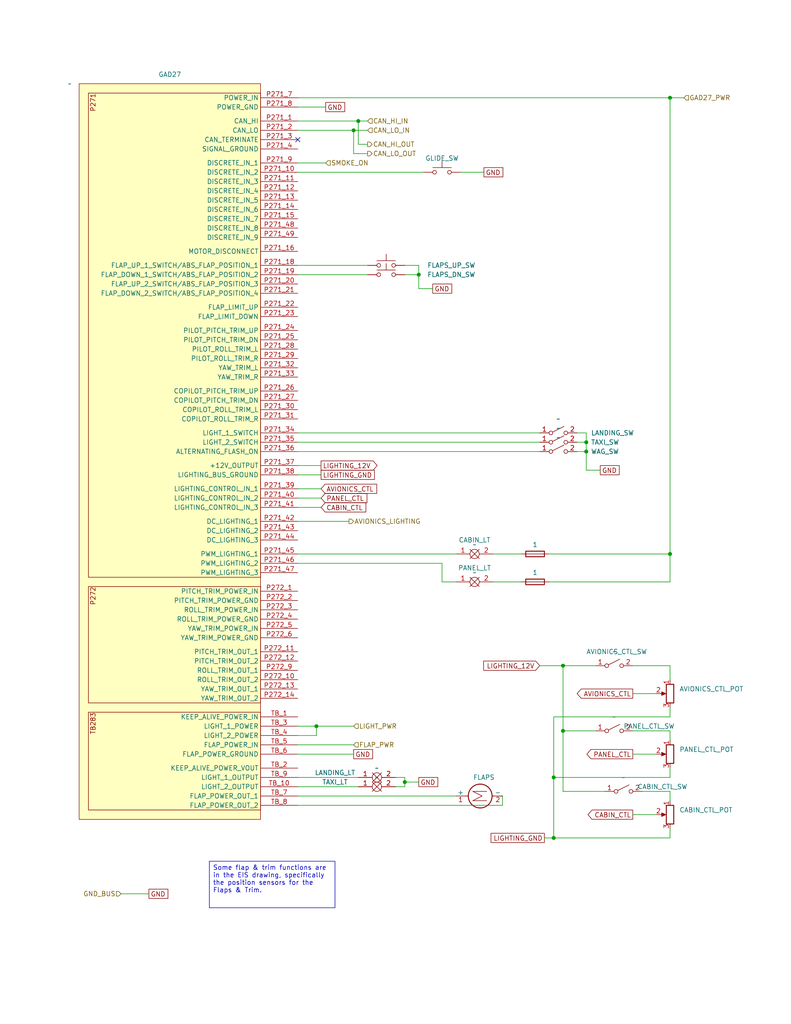
<source format=kicad_sch>
(kicad_sch (version 20230121) (generator eeschema)
  (paper "USLetter" portrait)
  (title_block (title "Flaps, Lights & Trim") (date "2024-02-12") (rev "0.9") (company "N877RV"))
  (lib_symbols
    (symbol "Device:Fuse" (pin_numbers hide) (pin_names (offset 0))
      (property "Reference" "F" (at 2.032 0 90))
      (property "Value" "Fuse" (at -1.905 0 90))
      (symbol "Fuse_0_1"
        (rectangle (start -0.762 -2.54) (end 0.762 2.54) (stroke (width 0.254)))
        (polyline (pts (xy 0 2.54) (xy 0 -2.54)))
      )
      (symbol "Fuse_1_1"
        (pin passive line (at 0 3.81 270) (length 1.27) (name "~") (number "1"))
        (pin passive line (at 0 -3.81 90) (length 1.27) (name "~") (number "2"))
      )
    )
    (symbol "Device:R_Potentiometer" (pin_names (offset 1.016) hide)
      (property "Reference" "RV" (at -4.445 0 90))
      (property "Value" "R_Potentiometer" (at -2.54 0 90))
      (symbol "R_Potentiometer_0_1"
        (polyline (pts (xy 2.54 0) (xy 1.524 0)))
        (polyline (pts (xy 1.143 0) (xy 2.286 0.508) (xy 2.286 -0.508) (xy 1.143 0)) (fill (type outline)))
        (rectangle (start 1.016 2.54) (end -1.016 -2.54) (stroke (width 0.254)))
      )
      (symbol "R_Potentiometer_1_1"
        (pin passive line (at 0 3.81 270) (length 1.27) (name "1") (number "1"))
        (pin passive line (at 3.81 0 180) (length 1.27) (name "2") (number "2"))
        (pin passive line (at 0 -3.81 90) (length 1.27) (name "3") (number "3"))
      )
    )
    (symbol "Motor:Motor_DC" (pin_names (offset 0))
      (property "Reference" "M" (at 2.54 2.54 0))
      (property "Value" "Motor_DC" (at 2.54 -5.08 0))
      (symbol "Motor_DC_0_0"
        (polyline (pts (xy -1.27 -3.302) (xy -1.27 0.508) (xy 0 -2.032) (xy 1.27 0.508) (xy 1.27 -3.302)))
      )
      (symbol "Motor_DC_0_1"
        (circle (center 0 -1.524) (radius 3.2512) (stroke (width 0.254)))
        (polyline (pts (xy 0 -7.62) (xy 0 -7.112)))
        (polyline (pts (xy 0 -4.7752) (xy 0 -5.1816)))
        (polyline (pts (xy 0 1.7272) (xy 0 2.0828)))
        (polyline (pts (xy 0 2.032) (xy 0 2.54)))
      )
      (symbol "Motor_DC_1_1"
        (pin passive line (at 0 5.08 270) (length 2.54) (name "+") (number "1"))
        (pin passive line (at 0 -7.62 90) (length 2.54) (name "-") (number "2"))
      )
    )
    (symbol "Switch:SW_Push" (pin_numbers hide) (pin_names (offset 1.016) hide)
      (property "Reference" "SW" (at 1.27 2.54 0))
      (property "Value" "SW_Push" (at 0 -1.524 0))
      (symbol "SW_Push_0_1"
        (circle (center -2.032 0) (radius 0.508))
        (polyline (pts (xy 0 1.27) (xy 0 3.048)))
        (polyline (pts (xy 2.54 1.27) (xy -2.54 1.27)))
        (circle (center 2.032 0) (radius 0.508))
        (pin passive line (at -5.08 0 0) (length 2.54) (name "1") (number "1"))
        (pin passive line (at 5.08 0 180) (length 2.54) (name "2") (number "2"))
      )
    )
    (symbol "Switch:SW_SPST" (pin_names (offset 0) hide)
      (property "Reference" "SW" (at 0 3.175 0))
      (property "Value" "SW_SPST" (at 0 -2.54 0))
      (symbol "SW_SPST_0_0"
        (circle (center -2.032 0) (radius 0.508))
        (polyline (pts (xy -1.524 0.254) (xy 1.524 1.778)))
        (circle (center 2.032 0) (radius 0.508))
      )
      (symbol "SW_SPST_1_1"
        (pin passive line (at -5.08 0 0) (length 2.54) (name "A") (number "1"))
        (pin passive line (at 5.08 0 180) (length 2.54) (name "B") (number "2"))
      )
    )
    (symbol "flyerx:Bulb"
      (property "Reference" "B" (at 1.27 1.27 0))
      (symbol "Bulb_0_1"
        (polyline (pts (xy 0 -2.54) (xy 2.54 0)))
        (polyline (pts (xy 0 0) (xy 2.54 -2.54)))
        (circle (center 1.27 -1.27) (radius 1.27))
      )
      (symbol "Bulb_1_1"
        (pin passive line (at -3.81 -1.27 0) (length 3.81) (name "") (number "1"))
        (pin passive line (at 6.35 -1.27 180) (length 3.81) (name "") (number "2"))
      )
    )
    (symbol "flyerx:Garmin_GAD27"
      (property "Reference" "GAD" (at 3.81 1.27 0))
      (symbol "Garmin_GAD27_1_1"
        (rectangle (start 0 0) (end 49.53 -200.66) (fill (type background)))
        (rectangle (start 2.54 -171.45) (end 49.53 -198.12) (fill (type background)))
        (rectangle (start 2.54 -137.16) (end 49.53 -168.91) (fill (type background)))
        (rectangle (start 2.54 -2.54) (end 49.53 -134.62) (fill (type background)))
        (text "P271" (at 3.81 -2.54 900) (effects (font (size 1.27 1.27)) (justify right)))
        (text "P272" (at 3.81 -137.16 900) (effects (font (size 1.27 1.27)) (justify right)))
        (text "TB283" (at 3.81 -171.45 900) (effects (font (size 1.27 1.27)) (justify right)))
        (pin bidirectional line (at 59.69 -10.16 180) (length 10.16) (name "CAN_HI") (number "P271_1"))
        (pin input line (at 59.69 -24.13 180) (length 10.16) (name "DISCRETE_IN_2") (number "P271_10"))
        (pin input line (at 59.69 -26.67 180) (length 10.16) (name "DISCRETE_IN_3") (number "P271_11"))
        (pin input line (at 59.69 -29.21 180) (length 10.16) (name "DISCRETE_IN_4") (number "P271_12"))
        (pin input line (at 59.69 -31.75 180) (length 10.16) (name "DISCRETE_IN_5") (number "P271_13"))
        (pin input line (at 59.69 -34.29 180) (length 10.16) (name "DISCRETE_IN_6") (number "P271_14"))
        (pin input line (at 59.69 -36.83 180) (length 10.16) (name "DISCRETE_IN_7") (number "P271_15"))
        (pin input line (at 59.69 -45.72 180) (length 10.16) (name "MOTOR_DISCONNECT") (number "P271_16"))
        (pin input line (at 59.69 -49.53 180) (length 10.16) (name "FLAP_UP_1_SWITCH/ABS_FLAP_POSITION_1") (number "P271_18"))
        (pin input line (at 59.69 -52.07 180) (length 10.16) (name "FLAP_DOWN_1_SWITCH/ABS_FLAP_POSITION_2") (number "P271_19"))
        (pin bidirectional line (at 59.69 -12.7 180) (length 10.16) (name "CAN_LO") (number "P271_2"))
        (pin input line (at 59.69 -54.61 180) (length 10.16) (name "FLAP_UP_2_SWITCH/ABS_FLAP_POSITION_3") (number "P271_20"))
        (pin input line (at 59.69 -57.15 180) (length 10.16) (name "FLAP_DOWN_2_SWITCH/ABS_FLAP_POSITION_4") (number "P271_21"))
        (pin input line (at 59.69 -60.96 180) (length 10.16) (name "FLAP_LIMIT_UP") (number "P271_22"))
        (pin input line (at 59.69 -63.5 180) (length 10.16) (name "FLAP_LIMIT_DOWN") (number "P271_23"))
        (pin input line (at 59.69 -67.31 180) (length 10.16) (name "PILOT_PITCH_TRIM_UP") (number "P271_24"))
        (pin input line (at 59.69 -69.85 180) (length 10.16) (name "PILOT_PITCH_TRIM_DN") (number "P271_25"))
        (pin input line (at 59.69 -83.82 180) (length 10.16) (name "COPILOT_PITCH_TRIM_UP") (number "P271_26"))
        (pin input line (at 59.69 -86.36 180) (length 10.16) (name "COPILOT_PITCH_TRIM_DN") (number "P271_27"))
        (pin input line (at 59.69 -72.39 180) (length 10.16) (name "PILOT_ROLL_TRIM_L") (number "P271_28"))
        (pin input line (at 59.69 -74.93 180) (length 10.16) (name "PILOT_ROLL_TRIM_R") (number "P271_29"))
        (pin bidirectional line (at 59.69 -15.24 180) (length 10.16) (name "CAN_TERMINATE") (number "P271_3"))
        (pin input line (at 59.69 -88.9 180) (length 10.16) (name "COPILOT_ROLL_TRIM_L") (number "P271_30"))
        (pin input line (at 59.69 -91.44 180) (length 10.16) (name "COPILOT_ROLL_TRIM_R") (number "P271_31"))
        (pin input line (at 59.69 -77.47 180) (length 10.16) (name "YAW_TRIM_L") (number "P271_32"))
        (pin input line (at 59.69 -80.01 180) (length 10.16) (name "YAW_TRIM_R") (number "P271_33"))
        (pin input line (at 59.69 -95.25 180) (length 10.16) (name "LIGHT_1_SWITCH") (number "P271_34"))
        (pin input line (at 59.69 -97.79 180) (length 10.16) (name "LIGHT_2_SWITCH") (number "P271_35"))
        (pin input line (at 59.69 -100.33 180) (length 10.16) (name "ALTERNATING_FLASH_ON") (number "P271_36"))
        (pin output line (at 59.69 -104.14 180) (length 10.16) (name "+12V_OUTPUT") (number "P271_37"))
        (pin passive line (at 59.69 -106.68 180) (length 10.16) (name "LIGHTING_BUS_GROUND") (number "P271_38"))
        (pin input line (at 59.69 -110.49 180) (length 10.16) (name "LIGHTING_CONTROL_IN_1") (number "P271_39"))
        (pin passive line (at 59.69 -17.78 180) (length 10.16) (name "SIGNAL_GROUND") (number "P271_4"))
        (pin input line (at 59.69 -113.03 180) (length 10.16) (name "LIGHTING_CONTROL_IN_2") (number "P271_40"))
        (pin input line (at 59.69 -115.57 180) (length 10.16) (name "LIGHTING_CONTROL_IN_3") (number "P271_41"))
        (pin power_out line (at 59.69 -119.38 180) (length 10.16) (name "DC_LIGHTING_1") (number "P271_42"))
        (pin power_out line (at 59.69 -121.92 180) (length 10.16) (name "DC_LIGHTING_2") (number "P271_43"))
        (pin power_out line (at 59.69 -124.46 180) (length 10.16) (name "DC_LIGHTING_3") (number "P271_44"))
        (pin power_out line (at 59.69 -128.27 180) (length 10.16) (name "PWM_LIGHTING_1") (number "P271_45"))
        (pin power_out line (at 59.69 -130.81 180) (length 10.16) (name "PWM_LIGHTING_2") (number "P271_46"))
        (pin power_out line (at 59.69 -133.35 180) (length 10.16) (name "PWM_LIGHTING_3") (number "P271_47"))
        (pin input line (at 59.69 -39.37 180) (length 10.16) (name "DISCRETE_IN_8") (number "P271_48"))
        (pin input line (at 59.69 -41.91 180) (length 10.16) (name "DISCRETE_IN_9") (number "P271_49"))
        (pin power_in line (at 59.69 -3.81 180) (length 10.16) (name "POWER_IN") (number "P271_7"))
        (pin passive line (at 59.69 -6.35 180) (length 10.16) (name "POWER_GND") (number "P271_8"))
        (pin input line (at 59.69 -21.59 180) (length 10.16) (name "DISCRETE_IN_1") (number "P271_9"))
        (pin power_in line (at 59.69 -138.43 180) (length 10.16) (name "PITCH_TRIM_POWER_IN") (number "P272_1"))
        (pin power_out line (at 59.69 -162.56 180) (length 10.16) (name "ROLL_TRIM_OUT_2") (number "P272_10"))
        (pin power_out line (at 59.69 -154.94 180) (length 10.16) (name "PITCH_TRIM_OUT_1") (number "P272_11"))
        (pin power_out line (at 59.69 -157.48 180) (length 10.16) (name "PITCH_TRIM_OUT_2") (number "P272_12"))
        (pin power_out line (at 59.69 -165.1 180) (length 10.16) (name "YAW_TRIM_OUT_1") (number "P272_13"))
        (pin power_out line (at 59.69 -167.64 180) (length 10.16) (name "YAW_TRIM_OUT_2") (number "P272_14"))
        (pin passive line (at 59.69 -140.97 180) (length 10.16) (name "PITCH_TRIM_POWER_GND") (number "P272_2"))
        (pin power_in line (at 59.69 -143.51 180) (length 10.16) (name "ROLL_TRIM_POWER_IN") (number "P272_3"))
        (pin passive line (at 59.69 -146.05 180) (length 10.16) (name "ROLL_TRIM_POWER_GND") (number "P272_4"))
        (pin power_in line (at 59.69 -148.59 180) (length 10.16) (name "YAW_TRIM_POWER_IN") (number "P272_5"))
        (pin passive line (at 59.69 -151.13 180) (length 10.16) (name "YAW_TRIM_POWER_GND") (number "P272_6"))
        (pin power_out line (at 59.69 -160.02 180) (length 10.16) (name "ROLL_TRIM_OUT_1") (number "P272_9"))
        (pin power_in line (at 59.69 -172.72 180) (length 10.16) (name "KEEP_ALIVE_POWER_IN") (number "TB_1"))
        (pin power_out line (at 59.69 -191.77 180) (length 10.16) (name "LIGHT_2_OUTPUT") (number "TB_10"))
        (pin power_out line (at 59.69 -186.69 180) (length 10.16) (name "KEEP_ALIVE_POWER_VOUT") (number "TB_2"))
        (pin power_in line (at 59.69 -175.26 180) (length 10.16) (name "LIGHT_1_POWER") (number "TB_3"))
        (pin power_in line (at 59.69 -177.8 180) (length 10.16) (name "LIGHT_2_POWER") (number "TB_4"))
        (pin power_in line (at 59.69 -180.34 180) (length 10.16) (name "FLAP_POWER_IN") (number "TB_5"))
        (pin passive line (at 59.69 -182.88 180) (length 10.16) (name "FLAP_POWER_GROUND") (number "TB_6"))
        (pin power_out line (at 59.69 -194.31 180) (length 10.16) (name "FLAP_POWER_OUT_1") (number "TB_7"))
        (pin power_out line (at 59.69 -196.85 180) (length 10.16) (name "FLAP_POWER_OUT_2") (number "TB_8"))
        (pin power_out line (at 59.69 -189.23 180) (length 10.16) (name "LIGHT_1_OUTPUT") (number "TB_9"))
      )
    )
  )
  (junction (at 153.67 181.61))
  (junction (at 153.67 199.39))
  (junction (at 160.02 123.19))
  (junction (at 182.88 151.13))
  (junction (at 160.02 120.65))
  (junction (at 110.49 213.36))
  (junction (at 114.3 74.93))
  (junction (at 97.79 33.02))
  (junction (at 86.36 198.12))
  (junction (at 151.13 212.09))
  (junction (at 182.88 26.67))
  (junction (at 96.52 35.56))
  (junction (at 151.13 228.6))
  (no_connect (at 81.28 38.1))
  (wire (pts (xy 81.28 74.93) (xy 100.33 74.93)))
  (wire (pts (xy 81.28 35.56) (xy 96.52 35.56)))
  (wire (pts (xy 86.36 200.66) (xy 86.36 198.12)))
  (wire (pts (xy 81.28 133.35) (xy 87.63 133.35)))
  (wire (pts (xy 86.36 198.12) (xy 96.52 198.12)))
  (wire (pts (xy 125.73 46.99) (xy 132.08 46.99)))
  (wire (pts (xy 107.95 212.09) (xy 110.49 212.09)))
  (wire (pts (xy 110.49 212.09) (xy 110.49 213.36)))
  (wire (pts (xy 182.88 226.06) (xy 182.88 228.6)))
  (wire (pts (xy 153.67 199.39) (xy 162.56 199.39)))
  (wire (pts (xy 157.48 120.65) (xy 160.02 120.65)))
  (wire (pts (xy 157.48 123.19) (xy 160.02 123.19)))
  (wire (pts (xy 81.28 118.11) (xy 147.32 118.11)))
  (wire (pts (xy 114.3 72.39) (xy 110.49 72.39)))
  (wire (pts (xy 97.79 39.37) (xy 97.79 33.02)))
  (wire (pts (xy 147.32 181.61) (xy 153.67 181.61)))
  (wire (pts (xy 137.16 219.71) (xy 81.28 219.71)))
  (wire (pts (xy 96.52 41.91) (xy 96.52 35.56)))
  (wire (pts (xy 81.28 214.63) (xy 97.79 214.63)))
  (wire (pts (xy 151.13 195.58) (xy 151.13 212.09)))
  (wire (pts (xy 120.65 158.75) (xy 124.46 158.75)))
  (wire (pts (xy 182.88 151.13) (xy 182.88 26.67)))
  (wire (pts (xy 118.11 78.74) (xy 114.3 78.74)))
  (wire (pts (xy 81.28 127) (xy 87.63 127)))
  (wire (pts (xy 151.13 212.09) (xy 151.13 228.6)))
  (wire (pts (xy 81.28 217.17) (xy 124.46 217.17)))
  (wire (pts (xy 160.02 120.65) (xy 160.02 123.19)))
  (wire (pts (xy 110.49 213.36) (xy 114.3 213.36)))
  (wire (pts (xy 81.28 44.45) (xy 88.9 44.45)))
  (wire (pts (xy 81.28 212.09) (xy 97.79 212.09)))
  (wire (pts (xy 153.67 215.9) (xy 165.1 215.9)))
  (wire (pts (xy 81.28 26.67) (xy 182.88 26.67)))
  (wire (pts (xy 33.02 243.84) (xy 40.64 243.84)))
  (wire (pts (xy 172.72 205.74) (xy 179.07 205.74)))
  (wire (pts (xy 182.88 26.67) (xy 186.69 26.67)))
  (wire (pts (xy 110.49 214.63) (xy 107.95 214.63)))
  (wire (pts (xy 97.79 33.02) (xy 100.33 33.02)))
  (wire (pts (xy 81.28 205.74) (xy 96.52 205.74)))
  (wire (pts (xy 81.28 120.65) (xy 147.32 120.65)))
  (wire (pts (xy 81.28 72.39) (xy 100.33 72.39)))
  (wire (pts (xy 110.49 213.36) (xy 110.49 214.63)))
  (wire (pts (xy 182.88 212.09) (xy 151.13 212.09)))
  (wire (pts (xy 81.28 135.89) (xy 87.63 135.89)))
  (wire (pts (xy 160.02 118.11) (xy 157.48 118.11)))
  (wire (pts (xy 114.3 74.93) (xy 114.3 72.39)))
  (wire (pts (xy 81.28 46.99) (xy 115.57 46.99)))
  (wire (pts (xy 134.62 158.75) (xy 142.24 158.75)))
  (wire (pts (xy 81.28 138.43) (xy 87.63 138.43)))
  (wire (pts (xy 134.62 151.13) (xy 142.24 151.13)))
  (wire (pts (xy 81.28 123.19) (xy 147.32 123.19)))
  (wire (pts (xy 81.28 129.54) (xy 87.63 129.54)))
  (wire (pts (xy 182.88 215.9) (xy 182.88 218.44)))
  (wire (pts (xy 175.26 215.9) (xy 182.88 215.9)))
  (wire (pts (xy 81.28 153.67) (xy 120.65 153.67)))
  (wire (pts (xy 172.72 181.61) (xy 182.88 181.61)))
  (wire (pts (xy 182.88 201.93) (xy 182.88 199.39)))
  (wire (pts (xy 172.72 189.23) (xy 179.07 189.23)))
  (wire (pts (xy 153.67 199.39) (xy 153.67 215.9)))
  (wire (pts (xy 149.86 151.13) (xy 182.88 151.13)))
  (wire (pts (xy 160.02 128.27) (xy 160.02 123.19)))
  (wire (pts (xy 153.67 181.61) (xy 153.67 199.39)))
  (wire (pts (xy 151.13 228.6) (xy 148.59 228.6)))
  (wire (pts (xy 182.88 228.6) (xy 151.13 228.6)))
  (wire (pts (xy 182.88 209.55) (xy 182.88 212.09)))
  (wire (pts (xy 182.88 185.42) (xy 182.88 181.61)))
  (wire (pts (xy 81.28 203.2) (xy 96.52 203.2)))
  (wire (pts (xy 114.3 74.93) (xy 114.3 78.74)))
  (wire (pts (xy 96.52 35.56) (xy 100.33 35.56)))
  (wire (pts (xy 81.28 29.21) (xy 88.9 29.21)))
  (wire (pts (xy 100.33 41.91) (xy 96.52 41.91)))
  (wire (pts (xy 100.33 39.37) (xy 97.79 39.37)))
  (wire (pts (xy 81.28 200.66) (xy 86.36 200.66)))
  (wire (pts (xy 81.28 198.12) (xy 86.36 198.12)))
  (wire (pts (xy 137.16 217.17) (xy 137.16 219.71)))
  (wire (pts (xy 153.67 181.61) (xy 162.56 181.61)))
  (wire (pts (xy 172.72 199.39) (xy 182.88 199.39)))
  (wire (pts (xy 81.28 33.02) (xy 97.79 33.02)))
  (wire (pts (xy 160.02 128.27) (xy 163.83 128.27)))
  (wire (pts (xy 120.65 153.67) (xy 120.65 158.75)))
  (wire (pts (xy 81.28 142.24) (xy 95.25 142.24)))
  (wire (pts (xy 149.86 158.75) (xy 182.88 158.75)))
  (wire (pts (xy 110.49 74.93) (xy 114.3 74.93)))
  (wire (pts (xy 81.28 151.13) (xy 124.46 151.13)))
  (wire (pts (xy 182.88 158.75) (xy 182.88 151.13)))
  (wire (pts (xy 182.88 193.04) (xy 182.88 195.58)))
  (wire (pts (xy 182.88 195.58) (xy 151.13 195.58)))
  (wire (pts (xy 172.72 222.25) (xy 179.07 222.25)))
  (wire (pts (xy 160.02 118.11) (xy 160.02 120.65)))
  (text_box "Some flap & trim functions are in the EIS drawing, specifically the position sensors for the Flaps & Trim." (at 57.15 234.95 0) (size 34.29 12.7) (effects (font (size 1.27 1.27)) (justify left top)))
  (global_label "LIGHTING_GND" (shape passive) (at 148.59 228.6 180) (property "Intersheetrefs" "${INTERSHEET_REFS}" (effects hide)))
  (global_label "GND" (shape passive) (at 114.3 213.36 0) (property "Intersheetrefs" "${INTERSHEET_REFS}" (effects hide)))
  (global_label "CABIN_CTL" (shape input) (at 87.63 138.43 0) (property "Intersheetrefs" "${INTERSHEET_REFS}" (effects hide)))
  (global_label "PANEL_CTL" (shape input) (at 87.63 135.89 0) (property "Intersheetrefs" "${INTERSHEET_REFS}" (effects hide)))
  (global_label "AVIONICS_CTL" (shape output) (at 172.72 189.23 180) (property "Intersheetrefs" "${INTERSHEET_REFS}" (effects hide)))
  (global_label "GND" (shape passive) (at 163.83 128.27 0) (property "Intersheetrefs" "${INTERSHEET_REFS}" (effects hide)))
  (global_label "LIGHTING_12V" (shape input) (at 147.32 181.61 180) (property "Intersheetrefs" "${INTERSHEET_REFS}" (effects hide)))
  (global_label "LIGHTING_GND" (shape passive) (at 87.63 129.54 0) (property "Intersheetrefs" "${INTERSHEET_REFS}" (effects hide)))
  (global_label "GND" (shape passive) (at 96.52 205.74 0) (property "Intersheetrefs" "${INTERSHEET_REFS}" (effects hide)))
  (global_label "GND" (shape passive) (at 118.11 78.74 0) (property "Intersheetrefs" "${INTERSHEET_REFS}" (effects hide)))
  (global_label "PANEL_CTL" (shape output) (at 172.72 205.74 180) (property "Intersheetrefs" "${INTERSHEET_REFS}" (effects hide)))
  (global_label "GND" (shape passive) (at 132.08 46.99 0) (property "Intersheetrefs" "${INTERSHEET_REFS}" (effects hide)))
  (global_label "LIGHTING_12V" (shape output) (at 87.63 127 0) (property "Intersheetrefs" "${INTERSHEET_REFS}" (effects hide)))
  (global_label "AVIONICS_CTL" (shape input) (at 87.63 133.35 0) (property "Intersheetrefs" "${INTERSHEET_REFS}" (effects hide)))
  (global_label "GND" (shape passive) (at 88.9 29.21 0) (property "Intersheetrefs" "${INTERSHEET_REFS}" (effects hide)))
  (global_label "GND" (shape passive) (at 40.64 243.84 0) (property "Intersheetrefs" "${INTERSHEET_REFS}" (effects hide)))
  (global_label "CABIN_CTL" (shape output) (at 172.72 222.25 180) (property "Intersheetrefs" "${INTERSHEET_REFS}" (effects hide)))
  (hierarchical_label "CAN_HI_IN" (shape input) (at 100.33 33.02 0))
  (hierarchical_label "CAN_LO_IN" (shape input) (at 100.33 35.56 0))
  (hierarchical_label "GAD27_PWR" (shape input) (at 186.69 26.67 0))
  (hierarchical_label "AVIONICS_LIGHTING" (shape output) (at 95.25 142.24 0))
  (hierarchical_label "CAN_HI_OUT" (shape output) (at 100.33 39.37 0))
  (hierarchical_label "LIGHT_PWR" (shape input) (at 96.52 198.12 0))
  (hierarchical_label "SMOKE_ON" (shape input) (at 88.9 44.45 0))
  (hierarchical_label "GND_BUS" (shape input) (at 33.02 243.84 180))
  (hierarchical_label "CAN_LO_OUT" (shape output) (at 100.33 41.91 0))
  (hierarchical_label "FLAP_PWR" (shape input) (at 96.52 203.2 0))
  (symbol (lib_id "flyerx:Garmin_GAD27") (at 21.59 22.86 0) (unit 1)
    (property "Reference" "GAD27" (at 46.355 20.32 0))
    (property "Value" "~" (at 19.05 22.86 0))
  )
  (symbol (lib_id "Motor:Motor_DC") (at 129.54 217.17 90) (unit 1)
    (property "Reference" "FLAPS" (at 132.08 212.09 90))
    (property "Value" "Motor_DC" (effects hide))
  )
  (symbol (lib_id "flyerx:Bulb") (at 128.27 157.48 0) (unit 1)
    (property "Reference" "PANEL_LT" (at 129.54 154.94 0))
    (property "Value" "~" (at 129.54 156.21 0))
  )
  (symbol (lib_id "Switch:SW_SPST") (at 152.4 123.19 0) (unit 1)
    (property "Reference" "WAG_SW" (at 161.29 123.19 0) (effects (justify left)))
    (property "Value" "~" (at 152.4 119.38 0))
  )
  (symbol (lib_id "flyerx:Bulb") (at 101.6 210.82 0) (unit 1)
    (property "Reference" "LANDING_LT" (at 91.44 210.82 0))
    (property "Value" "~" (at 102.87 209.55 0))
  )
  (symbol (lib_id "Device:R_Potentiometer") (at 182.88 189.23 0) (mirror y) (unit 1)
    (property "Reference" "AVIONICS_CTL_POT" (at 185.42 187.96 0) (effects (justify right)))
    (property "Value" "LIGHTS_REOSTAT" (effects hide))
  )
  (symbol (lib_id "Switch:SW_SPST") (at 170.18 215.9 0) (unit 1)
    (property "Reference" "CABIN_CTL_SW" (at 173.99 214.63 0) (effects (justify left)))
    (property "Value" "~" (at 170.18 212.09 0))
  )
  (symbol (lib_id "Switch:SW_SPST") (at 167.64 181.61 0) (unit 1)
    (property "Reference" "AVIONICS_CTL_SW" (at 160.02 177.8 0) (effects (justify left)))
    (property "Value" "~" (at 167.64 177.8 0))
  )
  (symbol (lib_id "Device:R_Potentiometer") (at 182.88 205.74 0) (mirror y) (unit 1)
    (property "Reference" "PANEL_CTL_POT" (at 185.42 204.47 0) (effects (justify right)))
    (property "Value" "LIGHTS_REOSTAT" (effects hide))
  )
  (symbol (lib_id "Switch:SW_SPST") (at 152.4 118.11 0) (unit 1)
    (property "Reference" "LANDING_SW" (at 161.29 118.11 0) (effects (justify left)))
    (property "Value" "~" (at 152.4 114.3 0))
  )
  (symbol (lib_id "Switch:SW_Push") (at 120.65 46.99 0) (unit 1)
    (property "Reference" "GLIDE_SW" (at 120.65 43.18 0))
    (property "Value" "SW_Push" (effects hide))
  )
  (symbol (lib_id "Device:Fuse") (at 146.05 151.13 90) (unit 1)
    (property "Reference" "CABIN_LT_FS" (effects hide))
    (property "Value" "1" (at 146.05 148.59 90))
  )
  (symbol (lib_id "Device:Fuse") (at 146.05 158.75 90) (unit 1)
    (property "Reference" "PANEL_LT_FS" (effects hide))
    (property "Value" "1" (at 146.05 156.21 90))
  )
  (symbol (lib_id "Switch:SW_SPST") (at 152.4 120.65 0) (unit 1)
    (property "Reference" "TAXI_SW" (at 161.29 120.65 0) (effects (justify left)))
    (property "Value" "~" (at 152.4 116.84 0))
  )
  (symbol (lib_id "Switch:SW_Push") (at 105.41 72.39 0) (unit 1)
    (property "Reference" "FLAPS_UP_SW" (at 123.19 72.39 0))
    (property "Value" "SW_Push" (effects hide))
  )
  (symbol (lib_id "flyerx:Bulb") (at 128.27 149.86 0) (unit 1)
    (property "Reference" "CABIN_LT" (at 129.54 147.32 0))
    (property "Value" "~" (at 129.54 148.59 0))
  )
  (symbol (lib_id "Switch:SW_SPST") (at 167.64 199.39 0) (unit 1)
    (property "Reference" "PANEL_CTL_SW" (at 170.18 198.12 0) (effects (justify left)))
    (property "Value" "~" (at 167.64 195.58 0))
  )
  (symbol (lib_id "Switch:SW_Push") (at 105.41 74.93 0) (unit 1)
    (property "Reference" "FLAPS_DN_SW" (at 123.19 74.93 0))
    (property "Value" "SW_Push" (effects hide))
  )
  (symbol (lib_id "flyerx:Bulb") (at 101.6 213.36 0) (unit 1)
    (property "Reference" "TAXI_LT" (at 91.44 213.36 0))
    (property "Value" "~" (at 102.87 212.09 0))
  )
  (symbol (lib_id "Device:R_Potentiometer") (at 182.88 222.25 0) (mirror y) (unit 1)
    (property "Reference" "CABIN_CTL_POT" (at 185.42 220.98 0) (effects (justify right)))
    (property "Value" "LIGHTS_REOSTAT" (effects hide))
  )
)
</source>
